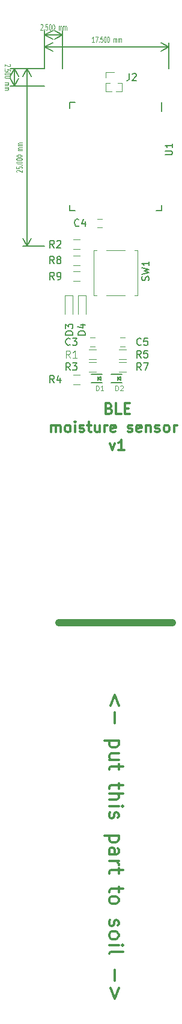
<source format=gbr>
G04 #@! TF.GenerationSoftware,KiCad,Pcbnew,(5.1.4)-1*
G04 #@! TF.CreationDate,2019-09-13T20:49:43-04:00*
G04 #@! TF.ProjectId,i2c-moist-sensor,6932632d-6d6f-4697-9374-2d73656e736f,rev?*
G04 #@! TF.SameCoordinates,Original*
G04 #@! TF.FileFunction,Legend,Top*
G04 #@! TF.FilePolarity,Positive*
%FSLAX46Y46*%
G04 Gerber Fmt 4.6, Leading zero omitted, Abs format (unit mm)*
G04 Created by KiCad (PCBNEW (5.1.4)-1) date 2019-09-13 20:49:43*
%MOMM*%
%LPD*%
G04 APERTURE LIST*
%ADD10C,0.050000*%
%ADD11C,0.200000*%
%ADD12C,0.300000*%
%ADD13C,1.000000*%
%ADD14C,0.150000*%
%ADD15C,0.120000*%
%ADD16C,0.110000*%
%ADD17C,3.200000*%
%ADD18R,1.000000X1.200000*%
%ADD19R,1.200000X1.000000*%
%ADD20R,1.200000X0.900000*%
%ADD21R,1.200000X0.750000*%
%ADD22R,1.000000X1.000000*%
%ADD23O,1.000000X1.000000*%
%ADD24R,0.900000X1.200000*%
%ADD25R,0.600000X0.700000*%
%ADD26R,1.000000X2.750000*%
G04 APERTURE END LIST*
D10*
X54964285Y-21311904D02*
X54678571Y-21311904D01*
X54821428Y-21311904D02*
X54821428Y-20511904D01*
X54773809Y-20626190D01*
X54726190Y-20702380D01*
X54678571Y-20740476D01*
X55130952Y-20511904D02*
X55464285Y-20511904D01*
X55250000Y-21311904D01*
X55654761Y-21235714D02*
X55678571Y-21273809D01*
X55654761Y-21311904D01*
X55630952Y-21273809D01*
X55654761Y-21235714D01*
X55654761Y-21311904D01*
X56130952Y-20511904D02*
X55892857Y-20511904D01*
X55869047Y-20892857D01*
X55892857Y-20854761D01*
X55940476Y-20816666D01*
X56059523Y-20816666D01*
X56107142Y-20854761D01*
X56130952Y-20892857D01*
X56154761Y-20969047D01*
X56154761Y-21159523D01*
X56130952Y-21235714D01*
X56107142Y-21273809D01*
X56059523Y-21311904D01*
X55940476Y-21311904D01*
X55892857Y-21273809D01*
X55869047Y-21235714D01*
X56464285Y-20511904D02*
X56511904Y-20511904D01*
X56559523Y-20550000D01*
X56583333Y-20588095D01*
X56607142Y-20664285D01*
X56630952Y-20816666D01*
X56630952Y-21007142D01*
X56607142Y-21159523D01*
X56583333Y-21235714D01*
X56559523Y-21273809D01*
X56511904Y-21311904D01*
X56464285Y-21311904D01*
X56416666Y-21273809D01*
X56392857Y-21235714D01*
X56369047Y-21159523D01*
X56345238Y-21007142D01*
X56345238Y-20816666D01*
X56369047Y-20664285D01*
X56392857Y-20588095D01*
X56416666Y-20550000D01*
X56464285Y-20511904D01*
X56940476Y-20511904D02*
X56988095Y-20511904D01*
X57035714Y-20550000D01*
X57059523Y-20588095D01*
X57083333Y-20664285D01*
X57107142Y-20816666D01*
X57107142Y-21007142D01*
X57083333Y-21159523D01*
X57059523Y-21235714D01*
X57035714Y-21273809D01*
X56988095Y-21311904D01*
X56940476Y-21311904D01*
X56892857Y-21273809D01*
X56869047Y-21235714D01*
X56845238Y-21159523D01*
X56821428Y-21007142D01*
X56821428Y-20816666D01*
X56845238Y-20664285D01*
X56869047Y-20588095D01*
X56892857Y-20550000D01*
X56940476Y-20511904D01*
X57702380Y-21311904D02*
X57702380Y-20778571D01*
X57702380Y-20854761D02*
X57726190Y-20816666D01*
X57773809Y-20778571D01*
X57845238Y-20778571D01*
X57892857Y-20816666D01*
X57916666Y-20892857D01*
X57916666Y-21311904D01*
X57916666Y-20892857D02*
X57940476Y-20816666D01*
X57988095Y-20778571D01*
X58059523Y-20778571D01*
X58107142Y-20816666D01*
X58130952Y-20892857D01*
X58130952Y-21311904D01*
X58369047Y-21311904D02*
X58369047Y-20778571D01*
X58369047Y-20854761D02*
X58392857Y-20816666D01*
X58440476Y-20778571D01*
X58511904Y-20778571D01*
X58559523Y-20816666D01*
X58583333Y-20892857D01*
X58583333Y-21311904D01*
X58583333Y-20892857D02*
X58607142Y-20816666D01*
X58654761Y-20778571D01*
X58726190Y-20778571D01*
X58773809Y-20816666D01*
X58797619Y-20892857D01*
X58797619Y-21311904D01*
D11*
X48000000Y-22000000D02*
X65500000Y-22000000D01*
X48000000Y-25000000D02*
X48000000Y-21413579D01*
X65500000Y-25000000D02*
X65500000Y-21413579D01*
X65500000Y-22000000D02*
X64373496Y-22586421D01*
X65500000Y-22000000D02*
X64373496Y-21413579D01*
X48000000Y-22000000D02*
X49126504Y-22586421D01*
X48000000Y-22000000D02*
X49126504Y-21413579D01*
D10*
X44088095Y-39571428D02*
X44050000Y-39547619D01*
X44011904Y-39500000D01*
X44011904Y-39380952D01*
X44050000Y-39333333D01*
X44088095Y-39309523D01*
X44164285Y-39285714D01*
X44240476Y-39285714D01*
X44354761Y-39309523D01*
X44811904Y-39595238D01*
X44811904Y-39285714D01*
X44011904Y-38833333D02*
X44011904Y-39071428D01*
X44392857Y-39095238D01*
X44354761Y-39071428D01*
X44316666Y-39023809D01*
X44316666Y-38904761D01*
X44354761Y-38857142D01*
X44392857Y-38833333D01*
X44469047Y-38809523D01*
X44659523Y-38809523D01*
X44735714Y-38833333D01*
X44773809Y-38857142D01*
X44811904Y-38904761D01*
X44811904Y-39023809D01*
X44773809Y-39071428D01*
X44735714Y-39095238D01*
X44735714Y-38595238D02*
X44773809Y-38571428D01*
X44811904Y-38595238D01*
X44773809Y-38619047D01*
X44735714Y-38595238D01*
X44811904Y-38595238D01*
X44011904Y-38261904D02*
X44011904Y-38214285D01*
X44050000Y-38166666D01*
X44088095Y-38142857D01*
X44164285Y-38119047D01*
X44316666Y-38095238D01*
X44507142Y-38095238D01*
X44659523Y-38119047D01*
X44735714Y-38142857D01*
X44773809Y-38166666D01*
X44811904Y-38214285D01*
X44811904Y-38261904D01*
X44773809Y-38309523D01*
X44735714Y-38333333D01*
X44659523Y-38357142D01*
X44507142Y-38380952D01*
X44316666Y-38380952D01*
X44164285Y-38357142D01*
X44088095Y-38333333D01*
X44050000Y-38309523D01*
X44011904Y-38261904D01*
X44011904Y-37785714D02*
X44011904Y-37738095D01*
X44050000Y-37690476D01*
X44088095Y-37666666D01*
X44164285Y-37642857D01*
X44316666Y-37619047D01*
X44507142Y-37619047D01*
X44659523Y-37642857D01*
X44735714Y-37666666D01*
X44773809Y-37690476D01*
X44811904Y-37738095D01*
X44811904Y-37785714D01*
X44773809Y-37833333D01*
X44735714Y-37857142D01*
X44659523Y-37880952D01*
X44507142Y-37904761D01*
X44316666Y-37904761D01*
X44164285Y-37880952D01*
X44088095Y-37857142D01*
X44050000Y-37833333D01*
X44011904Y-37785714D01*
X44011904Y-37309523D02*
X44011904Y-37261904D01*
X44050000Y-37214285D01*
X44088095Y-37190476D01*
X44164285Y-37166666D01*
X44316666Y-37142857D01*
X44507142Y-37142857D01*
X44659523Y-37166666D01*
X44735714Y-37190476D01*
X44773809Y-37214285D01*
X44811904Y-37261904D01*
X44811904Y-37309523D01*
X44773809Y-37357142D01*
X44735714Y-37380952D01*
X44659523Y-37404761D01*
X44507142Y-37428571D01*
X44316666Y-37428571D01*
X44164285Y-37404761D01*
X44088095Y-37380952D01*
X44050000Y-37357142D01*
X44011904Y-37309523D01*
X44811904Y-36547619D02*
X44278571Y-36547619D01*
X44354761Y-36547619D02*
X44316666Y-36523809D01*
X44278571Y-36476190D01*
X44278571Y-36404761D01*
X44316666Y-36357142D01*
X44392857Y-36333333D01*
X44811904Y-36333333D01*
X44392857Y-36333333D02*
X44316666Y-36309523D01*
X44278571Y-36261904D01*
X44278571Y-36190476D01*
X44316666Y-36142857D01*
X44392857Y-36119047D01*
X44811904Y-36119047D01*
X44811904Y-35880952D02*
X44278571Y-35880952D01*
X44354761Y-35880952D02*
X44316666Y-35857142D01*
X44278571Y-35809523D01*
X44278571Y-35738095D01*
X44316666Y-35690476D01*
X44392857Y-35666666D01*
X44811904Y-35666666D01*
X44392857Y-35666666D02*
X44316666Y-35642857D01*
X44278571Y-35595238D01*
X44278571Y-35523809D01*
X44316666Y-35476190D01*
X44392857Y-35452380D01*
X44811904Y-35452380D01*
D11*
X45500000Y-50000000D02*
X45500000Y-25000000D01*
X48000000Y-50000000D02*
X44913579Y-50000000D01*
X48000000Y-25000000D02*
X44913579Y-25000000D01*
X45500000Y-25000000D02*
X46086421Y-26126504D01*
X45500000Y-25000000D02*
X44913579Y-26126504D01*
X45500000Y-50000000D02*
X46086421Y-48873496D01*
X45500000Y-50000000D02*
X44913579Y-48873496D01*
D10*
X47416666Y-18838095D02*
X47440476Y-18800000D01*
X47488095Y-18761904D01*
X47607142Y-18761904D01*
X47654761Y-18800000D01*
X47678571Y-18838095D01*
X47702380Y-18914285D01*
X47702380Y-18990476D01*
X47678571Y-19104761D01*
X47392857Y-19561904D01*
X47702380Y-19561904D01*
X47916666Y-19485714D02*
X47940476Y-19523809D01*
X47916666Y-19561904D01*
X47892857Y-19523809D01*
X47916666Y-19485714D01*
X47916666Y-19561904D01*
X48392857Y-18761904D02*
X48154761Y-18761904D01*
X48130952Y-19142857D01*
X48154761Y-19104761D01*
X48202380Y-19066666D01*
X48321428Y-19066666D01*
X48369047Y-19104761D01*
X48392857Y-19142857D01*
X48416666Y-19219047D01*
X48416666Y-19409523D01*
X48392857Y-19485714D01*
X48369047Y-19523809D01*
X48321428Y-19561904D01*
X48202380Y-19561904D01*
X48154761Y-19523809D01*
X48130952Y-19485714D01*
X48726190Y-18761904D02*
X48773809Y-18761904D01*
X48821428Y-18800000D01*
X48845238Y-18838095D01*
X48869047Y-18914285D01*
X48892857Y-19066666D01*
X48892857Y-19257142D01*
X48869047Y-19409523D01*
X48845238Y-19485714D01*
X48821428Y-19523809D01*
X48773809Y-19561904D01*
X48726190Y-19561904D01*
X48678571Y-19523809D01*
X48654761Y-19485714D01*
X48630952Y-19409523D01*
X48607142Y-19257142D01*
X48607142Y-19066666D01*
X48630952Y-18914285D01*
X48654761Y-18838095D01*
X48678571Y-18800000D01*
X48726190Y-18761904D01*
X49202380Y-18761904D02*
X49250000Y-18761904D01*
X49297619Y-18800000D01*
X49321428Y-18838095D01*
X49345238Y-18914285D01*
X49369047Y-19066666D01*
X49369047Y-19257142D01*
X49345238Y-19409523D01*
X49321428Y-19485714D01*
X49297619Y-19523809D01*
X49250000Y-19561904D01*
X49202380Y-19561904D01*
X49154761Y-19523809D01*
X49130952Y-19485714D01*
X49107142Y-19409523D01*
X49083333Y-19257142D01*
X49083333Y-19066666D01*
X49107142Y-18914285D01*
X49130952Y-18838095D01*
X49154761Y-18800000D01*
X49202380Y-18761904D01*
X49964285Y-19561904D02*
X49964285Y-19028571D01*
X49964285Y-19104761D02*
X49988095Y-19066666D01*
X50035714Y-19028571D01*
X50107142Y-19028571D01*
X50154761Y-19066666D01*
X50178571Y-19142857D01*
X50178571Y-19561904D01*
X50178571Y-19142857D02*
X50202380Y-19066666D01*
X50250000Y-19028571D01*
X50321428Y-19028571D01*
X50369047Y-19066666D01*
X50392857Y-19142857D01*
X50392857Y-19561904D01*
X50630952Y-19561904D02*
X50630952Y-19028571D01*
X50630952Y-19104761D02*
X50654761Y-19066666D01*
X50702380Y-19028571D01*
X50773809Y-19028571D01*
X50821428Y-19066666D01*
X50845238Y-19142857D01*
X50845238Y-19561904D01*
X50845238Y-19142857D02*
X50869047Y-19066666D01*
X50916666Y-19028571D01*
X50988095Y-19028571D01*
X51035714Y-19066666D01*
X51059523Y-19142857D01*
X51059523Y-19561904D01*
D11*
X48000000Y-20250000D02*
X50500000Y-20250000D01*
X48000000Y-25000000D02*
X48000000Y-19663579D01*
X50500000Y-25000000D02*
X50500000Y-19663579D01*
X50500000Y-20250000D02*
X49373496Y-20836421D01*
X50500000Y-20250000D02*
X49373496Y-19663579D01*
X48000000Y-20250000D02*
X49126504Y-20836421D01*
X48000000Y-20250000D02*
X49126504Y-19663579D01*
D10*
X43061904Y-24416666D02*
X43100000Y-24440476D01*
X43138095Y-24488095D01*
X43138095Y-24607142D01*
X43100000Y-24654761D01*
X43061904Y-24678571D01*
X42985714Y-24702380D01*
X42909523Y-24702380D01*
X42795238Y-24678571D01*
X42338095Y-24392857D01*
X42338095Y-24702380D01*
X42414285Y-24916666D02*
X42376190Y-24940476D01*
X42338095Y-24916666D01*
X42376190Y-24892857D01*
X42414285Y-24916666D01*
X42338095Y-24916666D01*
X43138095Y-25392857D02*
X43138095Y-25154761D01*
X42757142Y-25130952D01*
X42795238Y-25154761D01*
X42833333Y-25202380D01*
X42833333Y-25321428D01*
X42795238Y-25369047D01*
X42757142Y-25392857D01*
X42680952Y-25416666D01*
X42490476Y-25416666D01*
X42414285Y-25392857D01*
X42376190Y-25369047D01*
X42338095Y-25321428D01*
X42338095Y-25202380D01*
X42376190Y-25154761D01*
X42414285Y-25130952D01*
X43138095Y-25726190D02*
X43138095Y-25773809D01*
X43100000Y-25821428D01*
X43061904Y-25845238D01*
X42985714Y-25869047D01*
X42833333Y-25892857D01*
X42642857Y-25892857D01*
X42490476Y-25869047D01*
X42414285Y-25845238D01*
X42376190Y-25821428D01*
X42338095Y-25773809D01*
X42338095Y-25726190D01*
X42376190Y-25678571D01*
X42414285Y-25654761D01*
X42490476Y-25630952D01*
X42642857Y-25607142D01*
X42833333Y-25607142D01*
X42985714Y-25630952D01*
X43061904Y-25654761D01*
X43100000Y-25678571D01*
X43138095Y-25726190D01*
X43138095Y-26202380D02*
X43138095Y-26250000D01*
X43100000Y-26297619D01*
X43061904Y-26321428D01*
X42985714Y-26345238D01*
X42833333Y-26369047D01*
X42642857Y-26369047D01*
X42490476Y-26345238D01*
X42414285Y-26321428D01*
X42376190Y-26297619D01*
X42338095Y-26250000D01*
X42338095Y-26202380D01*
X42376190Y-26154761D01*
X42414285Y-26130952D01*
X42490476Y-26107142D01*
X42642857Y-26083333D01*
X42833333Y-26083333D01*
X42985714Y-26107142D01*
X43061904Y-26130952D01*
X43100000Y-26154761D01*
X43138095Y-26202380D01*
X42338095Y-26964285D02*
X42871428Y-26964285D01*
X42795238Y-26964285D02*
X42833333Y-26988095D01*
X42871428Y-27035714D01*
X42871428Y-27107142D01*
X42833333Y-27154761D01*
X42757142Y-27178571D01*
X42338095Y-27178571D01*
X42757142Y-27178571D02*
X42833333Y-27202380D01*
X42871428Y-27250000D01*
X42871428Y-27321428D01*
X42833333Y-27369047D01*
X42757142Y-27392857D01*
X42338095Y-27392857D01*
X42338095Y-27630952D02*
X42871428Y-27630952D01*
X42795238Y-27630952D02*
X42833333Y-27654761D01*
X42871428Y-27702380D01*
X42871428Y-27773809D01*
X42833333Y-27821428D01*
X42757142Y-27845238D01*
X42338095Y-27845238D01*
X42757142Y-27845238D02*
X42833333Y-27869047D01*
X42871428Y-27916666D01*
X42871428Y-27988095D01*
X42833333Y-28035714D01*
X42757142Y-28059523D01*
X42338095Y-28059523D01*
D11*
X43750000Y-25000000D02*
X43750000Y-27500000D01*
X48000000Y-25000000D02*
X43163579Y-25000000D01*
X48000000Y-27500000D02*
X43163579Y-27500000D01*
X43750000Y-27500000D02*
X43163579Y-26373496D01*
X43750000Y-27500000D02*
X44336421Y-26373496D01*
X43750000Y-25000000D02*
X43163579Y-26126504D01*
X43750000Y-25000000D02*
X44336421Y-26126504D01*
D12*
X58428571Y-114642857D02*
X57857142Y-113119047D01*
X57285714Y-114642857D01*
X57857142Y-115595238D02*
X57857142Y-117119047D01*
X58428571Y-119595238D02*
X56428571Y-119595238D01*
X58333333Y-119595238D02*
X58428571Y-119785714D01*
X58428571Y-120166666D01*
X58333333Y-120357142D01*
X58238095Y-120452380D01*
X58047619Y-120547619D01*
X57476190Y-120547619D01*
X57285714Y-120452380D01*
X57190476Y-120357142D01*
X57095238Y-120166666D01*
X57095238Y-119785714D01*
X57190476Y-119595238D01*
X58428571Y-122261904D02*
X57095238Y-122261904D01*
X58428571Y-121404761D02*
X57380952Y-121404761D01*
X57190476Y-121500000D01*
X57095238Y-121690476D01*
X57095238Y-121976190D01*
X57190476Y-122166666D01*
X57285714Y-122261904D01*
X58428571Y-122928571D02*
X58428571Y-123690476D01*
X59095238Y-123214285D02*
X57380952Y-123214285D01*
X57190476Y-123309523D01*
X57095238Y-123500000D01*
X57095238Y-123690476D01*
X58428571Y-125595238D02*
X58428571Y-126357142D01*
X59095238Y-125880952D02*
X57380952Y-125880952D01*
X57190476Y-125976190D01*
X57095238Y-126166666D01*
X57095238Y-126357142D01*
X57095238Y-127023809D02*
X59095238Y-127023809D01*
X57095238Y-127880952D02*
X58142857Y-127880952D01*
X58333333Y-127785714D01*
X58428571Y-127595238D01*
X58428571Y-127309523D01*
X58333333Y-127119047D01*
X58238095Y-127023809D01*
X57095238Y-128833333D02*
X58428571Y-128833333D01*
X59095238Y-128833333D02*
X59000000Y-128738095D01*
X58904761Y-128833333D01*
X59000000Y-128928571D01*
X59095238Y-128833333D01*
X58904761Y-128833333D01*
X57190476Y-129690476D02*
X57095238Y-129880952D01*
X57095238Y-130261904D01*
X57190476Y-130452380D01*
X57380952Y-130547619D01*
X57476190Y-130547619D01*
X57666666Y-130452380D01*
X57761904Y-130261904D01*
X57761904Y-129976190D01*
X57857142Y-129785714D01*
X58047619Y-129690476D01*
X58142857Y-129690476D01*
X58333333Y-129785714D01*
X58428571Y-129976190D01*
X58428571Y-130261904D01*
X58333333Y-130452380D01*
X58428571Y-132928571D02*
X56428571Y-132928571D01*
X58333333Y-132928571D02*
X58428571Y-133119047D01*
X58428571Y-133500000D01*
X58333333Y-133690476D01*
X58238095Y-133785714D01*
X58047619Y-133880952D01*
X57476190Y-133880952D01*
X57285714Y-133785714D01*
X57190476Y-133690476D01*
X57095238Y-133500000D01*
X57095238Y-133119047D01*
X57190476Y-132928571D01*
X57095238Y-135595238D02*
X58142857Y-135595238D01*
X58333333Y-135500000D01*
X58428571Y-135309523D01*
X58428571Y-134928571D01*
X58333333Y-134738095D01*
X57190476Y-135595238D02*
X57095238Y-135404761D01*
X57095238Y-134928571D01*
X57190476Y-134738095D01*
X57380952Y-134642857D01*
X57571428Y-134642857D01*
X57761904Y-134738095D01*
X57857142Y-134928571D01*
X57857142Y-135404761D01*
X57952380Y-135595238D01*
X57095238Y-136547619D02*
X58428571Y-136547619D01*
X58047619Y-136547619D02*
X58238095Y-136642857D01*
X58333333Y-136738095D01*
X58428571Y-136928571D01*
X58428571Y-137119047D01*
X58428571Y-137500000D02*
X58428571Y-138261904D01*
X59095238Y-137785714D02*
X57380952Y-137785714D01*
X57190476Y-137880952D01*
X57095238Y-138071428D01*
X57095238Y-138261904D01*
X58428571Y-140166666D02*
X58428571Y-140928571D01*
X59095238Y-140452380D02*
X57380952Y-140452380D01*
X57190476Y-140547619D01*
X57095238Y-140738095D01*
X57095238Y-140928571D01*
X57095238Y-141880952D02*
X57190476Y-141690476D01*
X57285714Y-141595238D01*
X57476190Y-141500000D01*
X58047619Y-141500000D01*
X58238095Y-141595238D01*
X58333333Y-141690476D01*
X58428571Y-141880952D01*
X58428571Y-142166666D01*
X58333333Y-142357142D01*
X58238095Y-142452380D01*
X58047619Y-142547619D01*
X57476190Y-142547619D01*
X57285714Y-142452380D01*
X57190476Y-142357142D01*
X57095238Y-142166666D01*
X57095238Y-141880952D01*
X57190476Y-144833333D02*
X57095238Y-145023809D01*
X57095238Y-145404761D01*
X57190476Y-145595238D01*
X57380952Y-145690476D01*
X57476190Y-145690476D01*
X57666666Y-145595238D01*
X57761904Y-145404761D01*
X57761904Y-145119047D01*
X57857142Y-144928571D01*
X58047619Y-144833333D01*
X58142857Y-144833333D01*
X58333333Y-144928571D01*
X58428571Y-145119047D01*
X58428571Y-145404761D01*
X58333333Y-145595238D01*
X57095238Y-146833333D02*
X57190476Y-146642857D01*
X57285714Y-146547619D01*
X57476190Y-146452380D01*
X58047619Y-146452380D01*
X58238095Y-146547619D01*
X58333333Y-146642857D01*
X58428571Y-146833333D01*
X58428571Y-147119047D01*
X58333333Y-147309523D01*
X58238095Y-147404761D01*
X58047619Y-147500000D01*
X57476190Y-147500000D01*
X57285714Y-147404761D01*
X57190476Y-147309523D01*
X57095238Y-147119047D01*
X57095238Y-146833333D01*
X57095238Y-148357142D02*
X58428571Y-148357142D01*
X59095238Y-148357142D02*
X59000000Y-148261904D01*
X58904761Y-148357142D01*
X59000000Y-148452380D01*
X59095238Y-148357142D01*
X58904761Y-148357142D01*
X57095238Y-149595238D02*
X57190476Y-149404761D01*
X57380952Y-149309523D01*
X59095238Y-149309523D01*
X57857142Y-151880952D02*
X57857142Y-153404761D01*
X58428571Y-154357142D02*
X57857142Y-155880952D01*
X57285714Y-154357142D01*
D13*
X50000000Y-103000000D02*
X66000000Y-103000000D01*
D12*
X57071428Y-72842857D02*
X57285714Y-72914285D01*
X57357142Y-72985714D01*
X57428571Y-73128571D01*
X57428571Y-73342857D01*
X57357142Y-73485714D01*
X57285714Y-73557142D01*
X57142857Y-73628571D01*
X56571428Y-73628571D01*
X56571428Y-72128571D01*
X57071428Y-72128571D01*
X57214285Y-72200000D01*
X57285714Y-72271428D01*
X57357142Y-72414285D01*
X57357142Y-72557142D01*
X57285714Y-72700000D01*
X57214285Y-72771428D01*
X57071428Y-72842857D01*
X56571428Y-72842857D01*
X58785714Y-73628571D02*
X58071428Y-73628571D01*
X58071428Y-72128571D01*
X59285714Y-72842857D02*
X59785714Y-72842857D01*
X60000000Y-73628571D02*
X59285714Y-73628571D01*
X59285714Y-72128571D01*
X60000000Y-72128571D01*
X48928571Y-76178571D02*
X48928571Y-75178571D01*
X48928571Y-75321428D02*
X48999999Y-75250000D01*
X49142857Y-75178571D01*
X49357142Y-75178571D01*
X49499999Y-75250000D01*
X49571428Y-75392857D01*
X49571428Y-76178571D01*
X49571428Y-75392857D02*
X49642857Y-75250000D01*
X49785714Y-75178571D01*
X49999999Y-75178571D01*
X50142857Y-75250000D01*
X50214285Y-75392857D01*
X50214285Y-76178571D01*
X51142857Y-76178571D02*
X50999999Y-76107142D01*
X50928571Y-76035714D01*
X50857142Y-75892857D01*
X50857142Y-75464285D01*
X50928571Y-75321428D01*
X50999999Y-75250000D01*
X51142857Y-75178571D01*
X51357142Y-75178571D01*
X51499999Y-75250000D01*
X51571428Y-75321428D01*
X51642857Y-75464285D01*
X51642857Y-75892857D01*
X51571428Y-76035714D01*
X51499999Y-76107142D01*
X51357142Y-76178571D01*
X51142857Y-76178571D01*
X52285714Y-76178571D02*
X52285714Y-75178571D01*
X52285714Y-74678571D02*
X52214285Y-74750000D01*
X52285714Y-74821428D01*
X52357142Y-74750000D01*
X52285714Y-74678571D01*
X52285714Y-74821428D01*
X52928571Y-76107142D02*
X53071428Y-76178571D01*
X53357142Y-76178571D01*
X53499999Y-76107142D01*
X53571428Y-75964285D01*
X53571428Y-75892857D01*
X53499999Y-75750000D01*
X53357142Y-75678571D01*
X53142857Y-75678571D01*
X52999999Y-75607142D01*
X52928571Y-75464285D01*
X52928571Y-75392857D01*
X52999999Y-75250000D01*
X53142857Y-75178571D01*
X53357142Y-75178571D01*
X53499999Y-75250000D01*
X53999999Y-75178571D02*
X54571428Y-75178571D01*
X54214285Y-74678571D02*
X54214285Y-75964285D01*
X54285714Y-76107142D01*
X54428571Y-76178571D01*
X54571428Y-76178571D01*
X55714285Y-75178571D02*
X55714285Y-76178571D01*
X55071428Y-75178571D02*
X55071428Y-75964285D01*
X55142857Y-76107142D01*
X55285714Y-76178571D01*
X55499999Y-76178571D01*
X55642857Y-76107142D01*
X55714285Y-76035714D01*
X56428571Y-76178571D02*
X56428571Y-75178571D01*
X56428571Y-75464285D02*
X56499999Y-75321428D01*
X56571428Y-75250000D01*
X56714285Y-75178571D01*
X56857142Y-75178571D01*
X57928571Y-76107142D02*
X57785714Y-76178571D01*
X57500000Y-76178571D01*
X57357142Y-76107142D01*
X57285714Y-75964285D01*
X57285714Y-75392857D01*
X57357142Y-75250000D01*
X57500000Y-75178571D01*
X57785714Y-75178571D01*
X57928571Y-75250000D01*
X58000000Y-75392857D01*
X58000000Y-75535714D01*
X57285714Y-75678571D01*
X59714285Y-76107142D02*
X59857142Y-76178571D01*
X60142857Y-76178571D01*
X60285714Y-76107142D01*
X60357142Y-75964285D01*
X60357142Y-75892857D01*
X60285714Y-75750000D01*
X60142857Y-75678571D01*
X59928571Y-75678571D01*
X59785714Y-75607142D01*
X59714285Y-75464285D01*
X59714285Y-75392857D01*
X59785714Y-75250000D01*
X59928571Y-75178571D01*
X60142857Y-75178571D01*
X60285714Y-75250000D01*
X61571428Y-76107142D02*
X61428571Y-76178571D01*
X61142857Y-76178571D01*
X61000000Y-76107142D01*
X60928571Y-75964285D01*
X60928571Y-75392857D01*
X61000000Y-75250000D01*
X61142857Y-75178571D01*
X61428571Y-75178571D01*
X61571428Y-75250000D01*
X61642857Y-75392857D01*
X61642857Y-75535714D01*
X60928571Y-75678571D01*
X62285714Y-75178571D02*
X62285714Y-76178571D01*
X62285714Y-75321428D02*
X62357142Y-75250000D01*
X62500000Y-75178571D01*
X62714285Y-75178571D01*
X62857142Y-75250000D01*
X62928571Y-75392857D01*
X62928571Y-76178571D01*
X63571428Y-76107142D02*
X63714285Y-76178571D01*
X64000000Y-76178571D01*
X64142857Y-76107142D01*
X64214285Y-75964285D01*
X64214285Y-75892857D01*
X64142857Y-75750000D01*
X64000000Y-75678571D01*
X63785714Y-75678571D01*
X63642857Y-75607142D01*
X63571428Y-75464285D01*
X63571428Y-75392857D01*
X63642857Y-75250000D01*
X63785714Y-75178571D01*
X64000000Y-75178571D01*
X64142857Y-75250000D01*
X65071428Y-76178571D02*
X64928571Y-76107142D01*
X64857142Y-76035714D01*
X64785714Y-75892857D01*
X64785714Y-75464285D01*
X64857142Y-75321428D01*
X64928571Y-75250000D01*
X65071428Y-75178571D01*
X65285714Y-75178571D01*
X65428571Y-75250000D01*
X65500000Y-75321428D01*
X65571428Y-75464285D01*
X65571428Y-75892857D01*
X65500000Y-76035714D01*
X65428571Y-76107142D01*
X65285714Y-76178571D01*
X65071428Y-76178571D01*
X66214285Y-76178571D02*
X66214285Y-75178571D01*
X66214285Y-75464285D02*
X66285714Y-75321428D01*
X66357142Y-75250000D01*
X66500000Y-75178571D01*
X66642857Y-75178571D01*
X57178571Y-77728571D02*
X57535714Y-78728571D01*
X57892857Y-77728571D01*
X59250000Y-78728571D02*
X58392857Y-78728571D01*
X58821428Y-78728571D02*
X58821428Y-77228571D01*
X58678571Y-77442857D01*
X58535714Y-77585714D01*
X58392857Y-77657142D01*
D14*
X64516000Y-44234000D02*
X64516000Y-45034000D01*
X64516000Y-45034000D02*
X63716000Y-45034000D01*
X51516000Y-44234000D02*
X51516000Y-45034000D01*
X51516000Y-45034000D02*
X52316000Y-45034000D01*
X51516000Y-30584000D02*
X51516000Y-29784000D01*
X51516000Y-29784000D02*
X52316000Y-29784000D01*
X64516000Y-31054000D02*
X64516000Y-29784000D01*
D15*
X52000000Y-53570000D02*
X53000000Y-53570000D01*
X53000000Y-54930000D02*
X52000000Y-54930000D01*
X52000000Y-51320000D02*
X53000000Y-51320000D01*
X53000000Y-52680000D02*
X52000000Y-52680000D01*
X58500000Y-66320000D02*
X59500000Y-66320000D01*
X59500000Y-67680000D02*
X58500000Y-67680000D01*
X59500000Y-65930000D02*
X58500000Y-65930000D01*
X58500000Y-64570000D02*
X59500000Y-64570000D01*
X53000000Y-69430000D02*
X52000000Y-69430000D01*
X52000000Y-68070000D02*
X53000000Y-68070000D01*
X55250000Y-67680000D02*
X54250000Y-67680000D01*
X54250000Y-66320000D02*
X55250000Y-66320000D01*
X53000000Y-50430000D02*
X52000000Y-50430000D01*
X52000000Y-49070000D02*
X53000000Y-49070000D01*
X58650000Y-62900000D02*
X59350000Y-62900000D01*
X59350000Y-64100000D02*
X58650000Y-64100000D01*
X56100000Y-47350000D02*
X55400000Y-47350000D01*
X55400000Y-46150000D02*
X56100000Y-46150000D01*
X55100000Y-64100000D02*
X54400000Y-64100000D01*
X54400000Y-62900000D02*
X55100000Y-62900000D01*
X54250000Y-64570000D02*
X55250000Y-64570000D01*
X55250000Y-65930000D02*
X54250000Y-65930000D01*
X56640000Y-28215000D02*
X57442470Y-28215000D01*
X58057530Y-28215000D02*
X58860000Y-28215000D01*
X56640000Y-27010000D02*
X56640000Y-28215000D01*
X58860000Y-27010000D02*
X58860000Y-28215000D01*
X56640000Y-27010000D02*
X57186529Y-27010000D01*
X58313471Y-27010000D02*
X58860000Y-27010000D01*
X56640000Y-26250000D02*
X56640000Y-25490000D01*
X56640000Y-25490000D02*
X57750000Y-25490000D01*
X53800000Y-56936000D02*
X52700000Y-56936000D01*
X52700000Y-56936000D02*
X52700000Y-59536000D01*
X53800000Y-56936000D02*
X53800000Y-59536000D01*
X51942000Y-56936000D02*
X50842000Y-56936000D01*
X50842000Y-56936000D02*
X50842000Y-59536000D01*
X51942000Y-56936000D02*
X51942000Y-59536000D01*
D14*
X58254000Y-68892000D02*
X58254000Y-68392000D01*
X58754000Y-68892000D02*
X58754000Y-68392000D01*
X58754000Y-68392000D02*
X58254000Y-68642000D01*
X58254000Y-68642000D02*
X58754000Y-68892000D01*
X58904000Y-68042000D02*
X57354000Y-68042000D01*
X58904000Y-69242000D02*
X57354000Y-69242000D01*
X55460000Y-68892000D02*
X55460000Y-68392000D01*
X55960000Y-68892000D02*
X55460000Y-68642000D01*
X55460000Y-68642000D02*
X55960000Y-68392000D01*
X55960000Y-68392000D02*
X55960000Y-68892000D01*
X56110000Y-68042000D02*
X54560000Y-68042000D01*
X56110000Y-69242000D02*
X54560000Y-69242000D01*
D15*
X55350000Y-56900000D02*
X54900000Y-56900000D01*
X54900000Y-50600000D02*
X55350000Y-50600000D01*
X54900000Y-56900000D02*
X54900000Y-50600000D01*
X56650000Y-50600000D02*
X59350000Y-50600000D01*
X59350000Y-56900000D02*
X56650000Y-56900000D01*
X61100000Y-50600000D02*
X60700000Y-50600000D01*
X61100000Y-56900000D02*
X61100000Y-50600000D01*
X60650000Y-56900000D02*
X61100000Y-56900000D01*
D14*
X64968380Y-37145904D02*
X65777904Y-37145904D01*
X65873142Y-37098285D01*
X65920761Y-37050666D01*
X65968380Y-36955428D01*
X65968380Y-36764952D01*
X65920761Y-36669714D01*
X65873142Y-36622095D01*
X65777904Y-36574476D01*
X64968380Y-36574476D01*
X65968380Y-35574476D02*
X65968380Y-36145904D01*
X65968380Y-35860190D02*
X64968380Y-35860190D01*
X65111238Y-35955428D01*
X65206476Y-36050666D01*
X65254095Y-36145904D01*
X49333333Y-54702380D02*
X49000000Y-54226190D01*
X48761904Y-54702380D02*
X48761904Y-53702380D01*
X49142857Y-53702380D01*
X49238095Y-53750000D01*
X49285714Y-53797619D01*
X49333333Y-53892857D01*
X49333333Y-54035714D01*
X49285714Y-54130952D01*
X49238095Y-54178571D01*
X49142857Y-54226190D01*
X48761904Y-54226190D01*
X49809523Y-54702380D02*
X50000000Y-54702380D01*
X50095238Y-54654761D01*
X50142857Y-54607142D01*
X50238095Y-54464285D01*
X50285714Y-54273809D01*
X50285714Y-53892857D01*
X50238095Y-53797619D01*
X50190476Y-53750000D01*
X50095238Y-53702380D01*
X49904761Y-53702380D01*
X49809523Y-53750000D01*
X49761904Y-53797619D01*
X49714285Y-53892857D01*
X49714285Y-54130952D01*
X49761904Y-54226190D01*
X49809523Y-54273809D01*
X49904761Y-54321428D01*
X50095238Y-54321428D01*
X50190476Y-54273809D01*
X50238095Y-54226190D01*
X50285714Y-54130952D01*
X49333333Y-52452380D02*
X49000000Y-51976190D01*
X48761904Y-52452380D02*
X48761904Y-51452380D01*
X49142857Y-51452380D01*
X49238095Y-51500000D01*
X49285714Y-51547619D01*
X49333333Y-51642857D01*
X49333333Y-51785714D01*
X49285714Y-51880952D01*
X49238095Y-51928571D01*
X49142857Y-51976190D01*
X48761904Y-51976190D01*
X49904761Y-51880952D02*
X49809523Y-51833333D01*
X49761904Y-51785714D01*
X49714285Y-51690476D01*
X49714285Y-51642857D01*
X49761904Y-51547619D01*
X49809523Y-51500000D01*
X49904761Y-51452380D01*
X50095238Y-51452380D01*
X50190476Y-51500000D01*
X50238095Y-51547619D01*
X50285714Y-51642857D01*
X50285714Y-51690476D01*
X50238095Y-51785714D01*
X50190476Y-51833333D01*
X50095238Y-51880952D01*
X49904761Y-51880952D01*
X49809523Y-51928571D01*
X49761904Y-51976190D01*
X49714285Y-52071428D01*
X49714285Y-52261904D01*
X49761904Y-52357142D01*
X49809523Y-52404761D01*
X49904761Y-52452380D01*
X50095238Y-52452380D01*
X50190476Y-52404761D01*
X50238095Y-52357142D01*
X50285714Y-52261904D01*
X50285714Y-52071428D01*
X50238095Y-51976190D01*
X50190476Y-51928571D01*
X50095238Y-51880952D01*
X61583333Y-67452380D02*
X61250000Y-66976190D01*
X61011904Y-67452380D02*
X61011904Y-66452380D01*
X61392857Y-66452380D01*
X61488095Y-66500000D01*
X61535714Y-66547619D01*
X61583333Y-66642857D01*
X61583333Y-66785714D01*
X61535714Y-66880952D01*
X61488095Y-66928571D01*
X61392857Y-66976190D01*
X61011904Y-66976190D01*
X61916666Y-66452380D02*
X62583333Y-66452380D01*
X62154761Y-67452380D01*
X61583333Y-65702380D02*
X61250000Y-65226190D01*
X61011904Y-65702380D02*
X61011904Y-64702380D01*
X61392857Y-64702380D01*
X61488095Y-64750000D01*
X61535714Y-64797619D01*
X61583333Y-64892857D01*
X61583333Y-65035714D01*
X61535714Y-65130952D01*
X61488095Y-65178571D01*
X61392857Y-65226190D01*
X61011904Y-65226190D01*
X62488095Y-64702380D02*
X62011904Y-64702380D01*
X61964285Y-65178571D01*
X62011904Y-65130952D01*
X62107142Y-65083333D01*
X62345238Y-65083333D01*
X62440476Y-65130952D01*
X62488095Y-65178571D01*
X62535714Y-65273809D01*
X62535714Y-65511904D01*
X62488095Y-65607142D01*
X62440476Y-65654761D01*
X62345238Y-65702380D01*
X62107142Y-65702380D01*
X62011904Y-65654761D01*
X61964285Y-65607142D01*
X49333333Y-69202380D02*
X49000000Y-68726190D01*
X48761904Y-69202380D02*
X48761904Y-68202380D01*
X49142857Y-68202380D01*
X49238095Y-68250000D01*
X49285714Y-68297619D01*
X49333333Y-68392857D01*
X49333333Y-68535714D01*
X49285714Y-68630952D01*
X49238095Y-68678571D01*
X49142857Y-68726190D01*
X48761904Y-68726190D01*
X50190476Y-68535714D02*
X50190476Y-69202380D01*
X49952380Y-68154761D02*
X49714285Y-68869047D01*
X50333333Y-68869047D01*
X51583333Y-67452380D02*
X51250000Y-66976190D01*
X51011904Y-67452380D02*
X51011904Y-66452380D01*
X51392857Y-66452380D01*
X51488095Y-66500000D01*
X51535714Y-66547619D01*
X51583333Y-66642857D01*
X51583333Y-66785714D01*
X51535714Y-66880952D01*
X51488095Y-66928571D01*
X51392857Y-66976190D01*
X51011904Y-66976190D01*
X51916666Y-66452380D02*
X52535714Y-66452380D01*
X52202380Y-66833333D01*
X52345238Y-66833333D01*
X52440476Y-66880952D01*
X52488095Y-66928571D01*
X52535714Y-67023809D01*
X52535714Y-67261904D01*
X52488095Y-67357142D01*
X52440476Y-67404761D01*
X52345238Y-67452380D01*
X52059523Y-67452380D01*
X51964285Y-67404761D01*
X51916666Y-67357142D01*
X49333333Y-50202380D02*
X49000000Y-49726190D01*
X48761904Y-50202380D02*
X48761904Y-49202380D01*
X49142857Y-49202380D01*
X49238095Y-49250000D01*
X49285714Y-49297619D01*
X49333333Y-49392857D01*
X49333333Y-49535714D01*
X49285714Y-49630952D01*
X49238095Y-49678571D01*
X49142857Y-49726190D01*
X48761904Y-49726190D01*
X49714285Y-49297619D02*
X49761904Y-49250000D01*
X49857142Y-49202380D01*
X50095238Y-49202380D01*
X50190476Y-49250000D01*
X50238095Y-49297619D01*
X50285714Y-49392857D01*
X50285714Y-49488095D01*
X50238095Y-49630952D01*
X49666666Y-50202380D01*
X50285714Y-50202380D01*
X61583333Y-63857142D02*
X61535714Y-63904761D01*
X61392857Y-63952380D01*
X61297619Y-63952380D01*
X61154761Y-63904761D01*
X61059523Y-63809523D01*
X61011904Y-63714285D01*
X60964285Y-63523809D01*
X60964285Y-63380952D01*
X61011904Y-63190476D01*
X61059523Y-63095238D01*
X61154761Y-63000000D01*
X61297619Y-62952380D01*
X61392857Y-62952380D01*
X61535714Y-63000000D01*
X61583333Y-63047619D01*
X62488095Y-62952380D02*
X62011904Y-62952380D01*
X61964285Y-63428571D01*
X62011904Y-63380952D01*
X62107142Y-63333333D01*
X62345238Y-63333333D01*
X62440476Y-63380952D01*
X62488095Y-63428571D01*
X62535714Y-63523809D01*
X62535714Y-63761904D01*
X62488095Y-63857142D01*
X62440476Y-63904761D01*
X62345238Y-63952380D01*
X62107142Y-63952380D01*
X62011904Y-63904761D01*
X61964285Y-63857142D01*
X52833333Y-47107142D02*
X52785714Y-47154761D01*
X52642857Y-47202380D01*
X52547619Y-47202380D01*
X52404761Y-47154761D01*
X52309523Y-47059523D01*
X52261904Y-46964285D01*
X52214285Y-46773809D01*
X52214285Y-46630952D01*
X52261904Y-46440476D01*
X52309523Y-46345238D01*
X52404761Y-46250000D01*
X52547619Y-46202380D01*
X52642857Y-46202380D01*
X52785714Y-46250000D01*
X52833333Y-46297619D01*
X53690476Y-46535714D02*
X53690476Y-47202380D01*
X53452380Y-46154761D02*
X53214285Y-46869047D01*
X53833333Y-46869047D01*
X51583333Y-63857142D02*
X51535714Y-63904761D01*
X51392857Y-63952380D01*
X51297619Y-63952380D01*
X51154761Y-63904761D01*
X51059523Y-63809523D01*
X51011904Y-63714285D01*
X50964285Y-63523809D01*
X50964285Y-63380952D01*
X51011904Y-63190476D01*
X51059523Y-63095238D01*
X51154761Y-63000000D01*
X51297619Y-62952380D01*
X51392857Y-62952380D01*
X51535714Y-63000000D01*
X51583333Y-63047619D01*
X51916666Y-62952380D02*
X52535714Y-62952380D01*
X52202380Y-63333333D01*
X52345238Y-63333333D01*
X52440476Y-63380952D01*
X52488095Y-63428571D01*
X52535714Y-63523809D01*
X52535714Y-63761904D01*
X52488095Y-63857142D01*
X52440476Y-63904761D01*
X52345238Y-63952380D01*
X52059523Y-63952380D01*
X51964285Y-63904761D01*
X51916666Y-63857142D01*
D16*
X51583333Y-65702380D02*
X51250000Y-65226190D01*
X51011904Y-65702380D02*
X51011904Y-64702380D01*
X51392857Y-64702380D01*
X51488095Y-64750000D01*
X51535714Y-64797619D01*
X51583333Y-64892857D01*
X51583333Y-65035714D01*
X51535714Y-65130952D01*
X51488095Y-65178571D01*
X51392857Y-65226190D01*
X51011904Y-65226190D01*
X52535714Y-65702380D02*
X51964285Y-65702380D01*
X52250000Y-65702380D02*
X52250000Y-64702380D01*
X52154761Y-64845238D01*
X52059523Y-64940476D01*
X51964285Y-64988095D01*
D14*
X59916666Y-25702380D02*
X59916666Y-26416666D01*
X59869047Y-26559523D01*
X59773809Y-26654761D01*
X59630952Y-26702380D01*
X59535714Y-26702380D01*
X60345238Y-25797619D02*
X60392857Y-25750000D01*
X60488095Y-25702380D01*
X60726190Y-25702380D01*
X60821428Y-25750000D01*
X60869047Y-25797619D01*
X60916666Y-25892857D01*
X60916666Y-25988095D01*
X60869047Y-26130952D01*
X60297619Y-26702380D01*
X60916666Y-26702380D01*
X53702380Y-62488095D02*
X52702380Y-62488095D01*
X52702380Y-62250000D01*
X52750000Y-62107142D01*
X52845238Y-62011904D01*
X52940476Y-61964285D01*
X53130952Y-61916666D01*
X53273809Y-61916666D01*
X53464285Y-61964285D01*
X53559523Y-62011904D01*
X53654761Y-62107142D01*
X53702380Y-62250000D01*
X53702380Y-62488095D01*
X53035714Y-61059523D02*
X53702380Y-61059523D01*
X52654761Y-61297619D02*
X53369047Y-61535714D01*
X53369047Y-60916666D01*
X51952380Y-62488095D02*
X50952380Y-62488095D01*
X50952380Y-62250000D01*
X51000000Y-62107142D01*
X51095238Y-62011904D01*
X51190476Y-61964285D01*
X51380952Y-61916666D01*
X51523809Y-61916666D01*
X51714285Y-61964285D01*
X51809523Y-62011904D01*
X51904761Y-62107142D01*
X51952380Y-62250000D01*
X51952380Y-62488095D01*
X50952380Y-61583333D02*
X50952380Y-60964285D01*
X51333333Y-61297619D01*
X51333333Y-61154761D01*
X51380952Y-61059523D01*
X51428571Y-61011904D01*
X51523809Y-60964285D01*
X51761904Y-60964285D01*
X51857142Y-61011904D01*
X51904761Y-61059523D01*
X51952380Y-61154761D01*
X51952380Y-61440476D01*
X51904761Y-61535714D01*
X51857142Y-61583333D01*
D16*
X57983333Y-70316666D02*
X57983333Y-69616666D01*
X58150000Y-69616666D01*
X58250000Y-69650000D01*
X58316666Y-69716666D01*
X58350000Y-69783333D01*
X58383333Y-69916666D01*
X58383333Y-70016666D01*
X58350000Y-70150000D01*
X58316666Y-70216666D01*
X58250000Y-70283333D01*
X58150000Y-70316666D01*
X57983333Y-70316666D01*
X58650000Y-69683333D02*
X58683333Y-69650000D01*
X58750000Y-69616666D01*
X58916666Y-69616666D01*
X58983333Y-69650000D01*
X59016666Y-69683333D01*
X59050000Y-69750000D01*
X59050000Y-69816666D01*
X59016666Y-69916666D01*
X58616666Y-70316666D01*
X59050000Y-70316666D01*
X55233333Y-70316666D02*
X55233333Y-69616666D01*
X55400000Y-69616666D01*
X55500000Y-69650000D01*
X55566666Y-69716666D01*
X55600000Y-69783333D01*
X55633333Y-69916666D01*
X55633333Y-70016666D01*
X55600000Y-70150000D01*
X55566666Y-70216666D01*
X55500000Y-70283333D01*
X55400000Y-70316666D01*
X55233333Y-70316666D01*
X56300000Y-70316666D02*
X55900000Y-70316666D01*
X56100000Y-70316666D02*
X56100000Y-69616666D01*
X56033333Y-69716666D01*
X55966666Y-69783333D01*
X55900000Y-69816666D01*
D14*
X62654761Y-54833333D02*
X62702380Y-54690476D01*
X62702380Y-54452380D01*
X62654761Y-54357142D01*
X62607142Y-54309523D01*
X62511904Y-54261904D01*
X62416666Y-54261904D01*
X62321428Y-54309523D01*
X62273809Y-54357142D01*
X62226190Y-54452380D01*
X62178571Y-54642857D01*
X62130952Y-54738095D01*
X62083333Y-54785714D01*
X61988095Y-54833333D01*
X61892857Y-54833333D01*
X61797619Y-54785714D01*
X61750000Y-54738095D01*
X61702380Y-54642857D01*
X61702380Y-54404761D01*
X61750000Y-54261904D01*
X61702380Y-53928571D02*
X62702380Y-53690476D01*
X61988095Y-53500000D01*
X62702380Y-53309523D01*
X61702380Y-53071428D01*
X62702380Y-52166666D02*
X62702380Y-52738095D01*
X62702380Y-52452380D02*
X61702380Y-52452380D01*
X61845238Y-52547619D01*
X61940476Y-52642857D01*
X61988095Y-52738095D01*
%LPC*%
D17*
X50500000Y-27500000D03*
X65500000Y-50000000D03*
D18*
X58346000Y-30654000D03*
X57076000Y-30654000D03*
X55806000Y-30654000D03*
X54536000Y-30654000D03*
X53266000Y-30654000D03*
D19*
X52266000Y-32124000D03*
X52266000Y-33394000D03*
X52266000Y-34664000D03*
X52266000Y-35934000D03*
X52266000Y-37204000D03*
X52266000Y-38474000D03*
X52266000Y-39744000D03*
X52266000Y-41014000D03*
X52266000Y-42284000D03*
D18*
X53216000Y-44154000D03*
X54486000Y-44154000D03*
X55756000Y-44154000D03*
X57026000Y-44154000D03*
X58296000Y-44154000D03*
X59566000Y-44154000D03*
D19*
X63766000Y-42284000D03*
X63766000Y-41014000D03*
X63766000Y-39744000D03*
D20*
X53600000Y-54250000D03*
X51400000Y-54250000D03*
X53600000Y-52000000D03*
X51400000Y-52000000D03*
X60100000Y-67000000D03*
X57900000Y-67000000D03*
X57900000Y-65250000D03*
X60100000Y-65250000D03*
X51400000Y-68750000D03*
X53600000Y-68750000D03*
X53650000Y-67000000D03*
X55850000Y-67000000D03*
X51400000Y-49750000D03*
X53600000Y-49750000D03*
D21*
X58050000Y-63500000D03*
X59950000Y-63500000D03*
X56700000Y-46750000D03*
X54800000Y-46750000D03*
X55700000Y-63500000D03*
X53800000Y-63500000D03*
D20*
X55850000Y-65250000D03*
X53650000Y-65250000D03*
D22*
X57750000Y-26250000D03*
D23*
X57750000Y-27520000D03*
D24*
X53250000Y-57636000D03*
X53250000Y-59836000D03*
X51392000Y-57636000D03*
X51392000Y-59836000D03*
D25*
X59204000Y-68642000D03*
X57804000Y-68642000D03*
X56410000Y-68642000D03*
X55010000Y-68642000D03*
D26*
X60000000Y-50870000D03*
X60000000Y-56630000D03*
X56000000Y-56630000D03*
X56000000Y-50870000D03*
M02*

</source>
